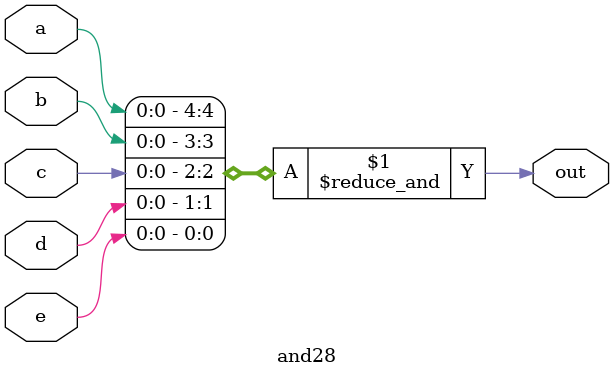
<source format=v>
module and28 (
  input a,
  input b,
  input c,
  input d,
  input e,
  output out
);

  assign out = &{a,b,c,d,e}; // Performs an AND operation

endmodule

</source>
